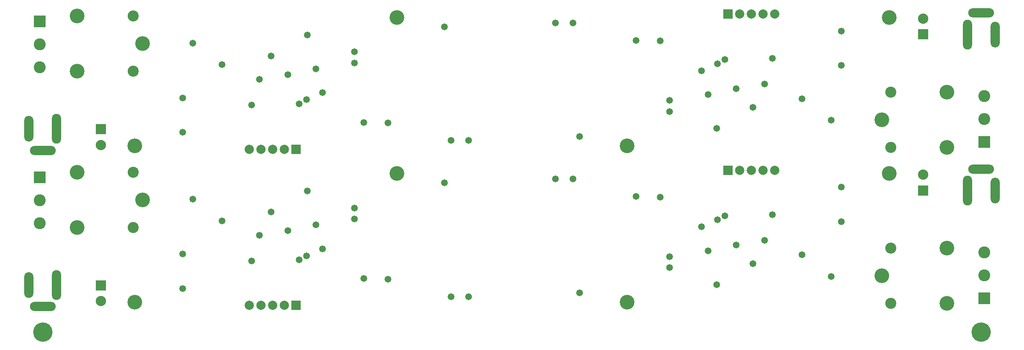
<source format=gbs>
G04*
G04 #@! TF.GenerationSoftware,Altium Limited,Altium Designer,21.6.4 (81)*
G04*
G04 Layer_Color=16711935*
%FSLAX25Y25*%
%MOIN*%
G70*
G04*
G04 #@! TF.SameCoordinates,3D6B76B5-807D-490A-A4E0-8169CAFFE717*
G04*
G04*
G04 #@! TF.FilePolarity,Negative*
G04*
G01*
G75*
%ADD77C,0.16548*%
%ADD78R,0.07887X0.07887*%
%ADD79C,0.07887*%
%ADD80O,0.22060X0.07887*%
%ADD81O,0.07887X0.22060*%
%ADD82O,0.07887X0.25603*%
%ADD83C,0.08800*%
%ADD84R,0.08800X0.08800*%
%ADD85C,0.12611*%
%ADD86C,0.09461*%
%ADD87C,0.09461*%
%ADD88C,0.10249*%
%ADD89R,0.10249X0.10249*%
%ADD90C,0.12611*%
%ADD91C,0.05800*%
G54D77*
X822835Y-13780D02*
D03*
X19685D02*
D03*
G54D78*
X606020Y124858D02*
D03*
Y258717D02*
D03*
X236500Y9000D02*
D03*
Y142858D02*
D03*
G54D79*
X646020Y124858D02*
D03*
X636020D02*
D03*
X626020D02*
D03*
X616020D02*
D03*
X646020Y258717D02*
D03*
X636020D02*
D03*
X626020D02*
D03*
X616020D02*
D03*
X196500Y9000D02*
D03*
X206500D02*
D03*
X216500D02*
D03*
X226500D02*
D03*
X196500Y142858D02*
D03*
X206500D02*
D03*
X216500D02*
D03*
X226500D02*
D03*
G54D80*
X822831Y125862D02*
D03*
Y259720D02*
D03*
X19689Y7996D02*
D03*
Y141854D02*
D03*
G54D81*
X834642Y107358D02*
D03*
Y241216D02*
D03*
X7878Y26500D02*
D03*
Y160358D02*
D03*
G54D82*
X811020Y107358D02*
D03*
Y241216D02*
D03*
X31500Y26500D02*
D03*
Y160358D02*
D03*
G54D83*
X773020Y121108D02*
D03*
Y254966D02*
D03*
X69500Y12750D02*
D03*
Y146608D02*
D03*
G54D84*
X773020Y107608D02*
D03*
Y241466D02*
D03*
X69500Y26250D02*
D03*
Y160108D02*
D03*
G54D85*
X737567Y34358D02*
D03*
X793472Y10736D02*
D03*
Y57980D02*
D03*
X737567Y168217D02*
D03*
X793472Y144595D02*
D03*
Y191839D02*
D03*
X104953Y99500D02*
D03*
X49047Y123122D02*
D03*
Y75878D02*
D03*
X104953Y233358D02*
D03*
X49047Y256980D02*
D03*
Y209736D02*
D03*
G54D86*
X745441Y10736D02*
D03*
Y144595D02*
D03*
X97079Y123122D02*
D03*
Y256980D02*
D03*
G54D87*
X745441Y57980D02*
D03*
Y191839D02*
D03*
X97079Y75878D02*
D03*
Y209736D02*
D03*
G54D88*
X825520Y34858D02*
D03*
Y54543D02*
D03*
Y168717D02*
D03*
Y188402D02*
D03*
X17000Y99000D02*
D03*
Y79315D02*
D03*
Y232858D02*
D03*
Y213173D02*
D03*
G54D89*
X825520Y15173D02*
D03*
Y149031D02*
D03*
X17000Y118685D02*
D03*
Y252543D02*
D03*
G54D90*
X519685Y11811D02*
D03*
X744095Y122047D02*
D03*
X519685Y145669D02*
D03*
X744095Y255906D02*
D03*
X322835Y122047D02*
D03*
X98425Y11811D02*
D03*
X322835Y255906D02*
D03*
X98425Y145669D02*
D03*
G54D91*
X597020Y82358D02*
D03*
X603520Y85858D02*
D03*
X458520Y117358D02*
D03*
X473520D02*
D03*
X637520Y64858D02*
D03*
X596520Y26858D02*
D03*
X644020Y86858D02*
D03*
X669520Y52358D02*
D03*
X627520Y44858D02*
D03*
X589020Y55858D02*
D03*
X556020Y50858D02*
D03*
Y41358D02*
D03*
X694520Y33858D02*
D03*
X703020Y110358D02*
D03*
Y80858D02*
D03*
X583520Y76358D02*
D03*
X613020Y60858D02*
D03*
X527520Y102358D02*
D03*
X548020Y101858D02*
D03*
X479020Y19858D02*
D03*
X597020Y216216D02*
D03*
X603520Y219717D02*
D03*
X458520Y251217D02*
D03*
X473520D02*
D03*
X637520Y198716D02*
D03*
X596520Y160716D02*
D03*
X644020Y220717D02*
D03*
X669520Y186216D02*
D03*
X627520Y178717D02*
D03*
X589020Y189716D02*
D03*
X556020Y184716D02*
D03*
Y175216D02*
D03*
X694520Y167717D02*
D03*
X703020Y244216D02*
D03*
Y214717D02*
D03*
X583520Y210216D02*
D03*
X613020Y194717D02*
D03*
X527520Y236216D02*
D03*
X548020Y235717D02*
D03*
X479020Y153717D02*
D03*
X245500Y51500D02*
D03*
X239000Y48000D02*
D03*
X384000Y16500D02*
D03*
X369000D02*
D03*
X205000Y69000D02*
D03*
X246000Y107000D02*
D03*
X198500Y47000D02*
D03*
X173000Y81500D02*
D03*
X215000Y89000D02*
D03*
X253500Y78000D02*
D03*
X286500Y83000D02*
D03*
Y92500D02*
D03*
X148000Y100000D02*
D03*
X139500Y23500D02*
D03*
Y53000D02*
D03*
X259000Y57500D02*
D03*
X229500Y73000D02*
D03*
X315000Y31500D02*
D03*
X294500Y32000D02*
D03*
X363500Y114000D02*
D03*
X245500Y185358D02*
D03*
X239000Y181858D02*
D03*
X384000Y150358D02*
D03*
X369000D02*
D03*
X205000Y202858D02*
D03*
X246000Y240858D02*
D03*
X198500Y180858D02*
D03*
X173000Y215358D02*
D03*
X215000Y222858D02*
D03*
X253500Y211858D02*
D03*
X286500Y216858D02*
D03*
Y226358D02*
D03*
X148000Y233858D02*
D03*
X139500Y157358D02*
D03*
Y186858D02*
D03*
X259000Y191358D02*
D03*
X229500Y206858D02*
D03*
X315000Y165358D02*
D03*
X294500Y165858D02*
D03*
X363500Y247858D02*
D03*
M02*

</source>
